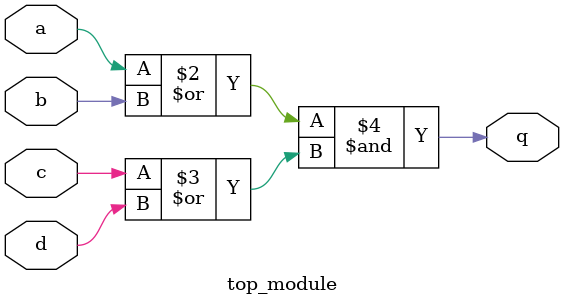
<source format=sv>
module top_module (
	input a, 
	input b, 
	input c, 
	input d,
	output q
);

reg q;

always @(a, b, c, d) begin
  q = (a | b) & (c | d);
end

endmodule

</source>
